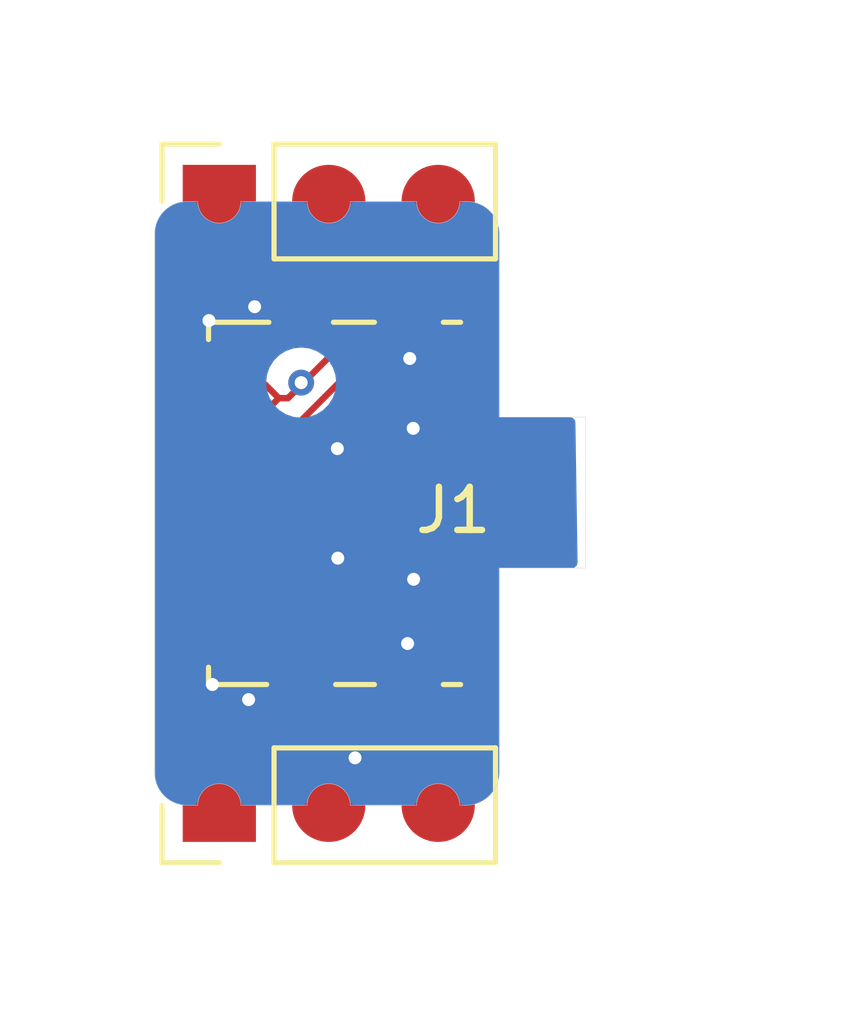
<source format=kicad_pcb>
(kicad_pcb (version 20240108) (generator "pcbnew") (generator_version "8.0")
  (title_block (rev "1"))
  (layers (0 "F.Cu" signal "Front") (1 "In1.Cu" signal) (2 "In2.Cu" signal) (31 "B.Cu" signal "Back") (34 "B.Paste" user) (35 "F.Paste" user) (36 "B.SilkS" user "B.Silkscreen") (37 "F.SilkS" user "F.Silkscreen") (38 "B.Mask" user) (39 "F.Mask" user) (44 "Edge.Cuts" user))
  (net 0 "")
  (net 1 "GND")
  (net 2 "VBUS")
  (net 3 "CC")
  (net 4 "D+")
  (net 5 "D-")
  (net 7 "SHIELD")
  (footprint "21xt_footprints:USB_C_MOUNT" (layer "F.Cu") (at 1.5 8.5 90)
    (property "Reference" "J1" (at -0.16 5.43 180) (layer "F.SilkS"))
    (property "Value" "USB_C_Plug_USB2.0")
    (fp_line (start 4.2 -0.25) (end 3.8 -0.25) (stroke (width 0.12)) (layer "F.SilkS"))
    (fp_line (start -3.8 -0.25) (end -4.2 -0.25) (stroke (width 0.12)) (layer "F.SilkS"))
    (fp_line (start -4.2 -0.25) (end -4.2 1.1) (stroke (width 0.12)) (layer "F.SilkS"))
    (fp_line (start 4.2 1.15) (end 4.2 -0.25) (stroke (width 0.12)) (layer "F.SilkS"))
    (fp_line (start -4.2 2.7) (end -4.2 3.6) (stroke (width 0.12)) (layer "F.SilkS"))
    (fp_line (start 4.2 3.6) (end 4.2 2.65) (stroke (width 0.12)) (layer "F.SilkS"))
    (fp_line (start -4.2 5.2) (end -4.2 5.6) (stroke (width 0.12)) (layer "F.SilkS"))
    (fp_line (start 4.2 5.6) (end 4.2 5.2) (stroke (width 0.12)) (layer "F.SilkS"))
    (pad "A1" smd rect (at 2.75 -0.2 90) (size 0.35 1.9) (layers "F.Cu" "F.Paste" "F.Mask") (net 1 "GND"))
    (pad "A4" smd rect (at 1.25 -0.2 90) (size 0.35 1.9) (layers "F.Cu" "F.Paste" "F.Mask") (net 2 "VBUS"))
    (pad "A5" smd rect (at 0.75 -0.2 90) (size 0.35 1.9) (layers "F.Cu" "F.Paste" "F.Mask") (net 3 "CC"))
    (pad "A6" smd rect (at 0.25 -0.2 90) (size 0.35 1.9) (layers "F.Cu" "F.Paste" "F.Mask") (net 4 "D+"))
    (pad "A7" smd rect (at -0.25 -0.2 90) (size 0.35 1.9) (layers "F.Cu" "F.Paste" "F.Mask") (net 5 "D-"))
    (pad "A10" smd rect (at -1.75 -0.2 90) (size 0.35 1.9) (layers "F.Cu" "F.Paste" "F.Mask"))
    (pad "A11" smd rect (at -2.25 -0.2 90) (size 0.35 1.9) (layers "F.Cu" "F.Paste" "F.Mask"))
    (pad "B2" smd rect (at -2.75 -0.2 90) (size 0.35 1.9) (layers "F.Cu" "F.Paste" "F.Mask"))
    (pad "B3" smd rect (at -1.25 -0.2 90) (size 0.35 1.9) (layers "F.Cu" "F.Paste" "F.Mask"))
    (pad "B5" smd rect (at -0.75 -0.2 90) (size 0.35 1.9) (layers "F.Cu" "F.Paste" "F.Mask"))
    (pad "B9" smd rect (at 1.75 -0.2 90) (size 0.35 1.9) (layers "F.Cu" "F.Paste" "F.Mask") (net 2 "VBUS"))
    (pad "B12" smd rect (at 2.25 -0.2 90) (size 0.35 1.9) (layers "F.Cu" "F.Paste" "F.Mask") (net 1 "GND"))
    (pad "S1" smd rect (at -4.55 1.9 90) (size 1.5 1.4) (layers "F.Cu" "F.Paste" "F.Mask") (net 7 "SHIELD"))
    (pad "S1" smd rect (at -4.55 4.4 90) (size 1.5 1.4) (layers "F.Cu" "F.Paste" "F.Mask") (net 7 "SHIELD"))
    (pad "S1" smd rect (at -3.4 -0.1 90) (size 0.65 2.1) (layers "F.Cu" "F.Paste" "F.Mask") (net 7 "SHIELD"))
    (pad "S1" smd rect (at -1.75 4.5 90) (size 1.2 1.2) (layers "F.Cu" "F.Paste" "F.Mask") (net 7 "SHIELD"))
    (pad "S1" smd rect (at -1.25 2.75 90) (size 1.2 1.2) (layers "F.Cu" "F.Paste" "F.Mask") (net 7 "SHIELD"))
    (pad "S1" smd rect (at 1.25 2.75 90) (size 1.2 1.2) (layers "F.Cu" "F.Paste" "F.Mask") (net 7 "SHIELD"))
    (pad "S1" smd rect (at 1.75 4.5 90) (size 1.2 1.2) (layers "F.Cu" "F.Paste" "F.Mask") (net 7 "SHIELD"))
    (pad "S1" smd rect (at 3.4 -0.1 90) (size 0.65 2.1) (layers "F.Cu" "F.Paste" "F.Mask") (net 7 "SHIELD"))
    (pad "S1" smd rect (at 4.55 1.9 90) (size 1.5 1.3) (layers "F.Cu" "F.Paste" "F.Mask") (net 7 "SHIELD"))
    (pad "S1" smd rect (at 4.55 4.4 90) (size 1.5 1.4) (layers "F.Cu" "F.Paste" "F.Mask") (net 7 "SHIELD"))
  )
  (footprint "Connector_PinSocket_2.54mm:PinSocket_1x03_P2.54mm_Vertical" (layer "F.Cu") (at 1.5 1.5 90)
    (property "Reference" "Je" (hide yes))
    (property "Value" "Conn_01x03")
    (fp_line (start 1.33 -1.33) (end 1.33 0) (stroke (width 0.12)) (layer "F.SilkS"))
    (fp_line (start 0 -1.33) (end 1.33 -1.33) (stroke (width 0.12)) (layer "F.SilkS"))
    (fp_line (start 1.33 1.27) (end 1.33 6.41) (stroke (width 0.12)) (layer "F.SilkS"))
    (fp_line (start -1.33 1.27) (end 1.33 1.27) (stroke (width 0.12)) (layer "F.SilkS"))
    (fp_line (start -1.33 1.27) (end -1.33 6.41) (stroke (width 0.12)) (layer "F.SilkS"))
    (fp_line (start -1.33 6.41) (end 1.33 6.41) (stroke (width 0.12)) (layer "F.SilkS"))
    (pad "1" connect rect (at 0 0 90) (size 1.7 1.7) (layers "F.Cu" "F.Mask") (net 1 "GND"))
    (pad "2" connect oval (at 0 2.54 90) (size 1.7 1.7) (layers "F.Cu" "F.Mask") (net 2 "VBUS"))
    (pad "3" connect oval (at 0 5.08 90) (size 1.7 1.7) (layers "F.Cu" "F.Mask") (net 3 "CC"))
  )
  (footprint "Connector_PinHeader_2.54mm:PinHeader_1x03_P2.54mm_Vertical" (layer "F.Cu") (at 1.5 15.5 90)
    (property "Reference" "J3" (hide yes))
    (property "Value" "Conn_01x03")
    (fp_line (start -1.33 -1.33) (end 0 -1.33) (stroke (width 0.12)) (layer "F.SilkS"))
    (fp_line (start -1.33 0) (end -1.33 -1.33) (stroke (width 0.12)) (layer "F.SilkS"))
    (fp_line (start 1.33 1.27) (end 1.33 6.41) (stroke (width 0.12)) (layer "F.SilkS"))
    (fp_line (start -1.33 1.27) (end 1.33 1.27) (stroke (width 0.12)) (layer "F.SilkS"))
    (fp_line (start -1.33 1.27) (end -1.33 6.41) (stroke (width 0.12)) (layer "F.SilkS"))
    (fp_line (start -1.33 6.41) (end 1.33 6.41) (stroke (width 0.12)) (layer "F.SilkS"))
    (pad "1" connect rect (at 0 0 90) (size 1.7 1.7) (layers "F.Cu" "F.Mask") (net 5 "D-"))
    (pad "2" connect oval (at 0 2.54 90) (size 1.7 1.7) (layers "F.Cu" "F.Mask") (net 7 "SHIELD"))
    (pad "3" connect oval (at 0 5.08 90) (size 1.7 1.7) (layers "F.Cu" "F.Mask") (net 4 "D+"))
  )
  (gr_arc (start 7.247317 1.5) (mid 7.779378 1.718723) (end 8 2.25) (stroke (width 0.01)) (layer "Edge.Cuts"))
  (gr_line (start 8 14.75) (end 8 10) (stroke (width 0.01)) (layer "Edge.Cuts"))
  (gr_arc (start 0.75 15.5) (mid 0.21967 15.28033) (end 0 14.75) (stroke (width 0.01)) (layer "Edge.Cuts"))
  (gr_arc (start 3.54 15.5) (mid 4.04 15) (end 4.54 15.5) (stroke (width 0.01)) (layer "Edge.Cuts"))
  (gr_line (start 8 2.25) (end 8 6.5) (stroke (width 0.01)) (layer "Edge.Cuts"))
  (gr_line (start 1 15.5) (end 0.75 15.5) (stroke (width 0.01)) (layer "Edge.Cuts"))
  (gr_line (start 8 6.5) (end 10 6.5) (stroke (width 0.01)) (layer "Edge.Cuts"))
  (gr_line (start 10 6.5) (end 10 10) (stroke (width 0.01)) (layer "Edge.Cuts"))
  (gr_line (start 7.08 15.5) (end 7.202674 15.5) (stroke (width 0.01)) (layer "Edge.Cuts"))
  (gr_line (start 1 1.5) (end 0.75 1.5) (stroke (width 0.01)) (layer "Edge.Cuts"))
  (gr_line (start 8 10) (end 10 10) (stroke (width 0.01)) (layer "Edge.Cuts"))
  (gr_line (start 4.54 1.5) (end 6.08 1.5) (stroke (width 0.01)) (layer "Edge.Cuts"))
  (gr_arc (start 7.08 1.5) (mid 6.58 2) (end 6.08 1.5) (stroke (width 0.01)) (layer "Edge.Cuts"))
  (gr_line (start 4.54 15.5) (end 6.08 15.5) (stroke (width 0.01)) (layer "Edge.Cuts"))
  (gr_line (start 0 14.75) (end 0 2.25) (stroke (width 0.01)) (layer "Edge.Cuts"))
  (gr_line (start 2 1.5) (end 3.54 1.5) (stroke (width 0.01)) (layer "Edge.Cuts"))
  (gr_arc (start 8 14.75) (mid 7.756278 15.289718) (end 7.202674 15.5) (stroke (width 0.01)) (layer "Edge.Cuts"))
  (gr_line (start 7.08 1.5) (end 7.247317 1.5) (stroke (width 0.01)) (layer "Edge.Cuts"))
  (gr_arc (start 4.54 1.5) (mid 4.04 2) (end 3.54 1.5) (stroke (width 0.01)) (layer "Edge.Cuts"))
  (gr_arc (start 0 2.25) (mid 0.21967 1.71967) (end 0.75 1.5) (stroke (width 0.01)) (layer "Edge.Cuts"))
  (gr_arc (start 6.08 15.5) (mid 6.58 15) (end 7.08 15.5) (stroke (width 0.01)) (layer "Edge.Cuts"))
  (gr_arc (start 2 1.5) (mid 1.5 2) (end 1 1.5) (stroke (width 0.01)) (layer "Edge.Cuts"))
  (gr_line (start 3.54 15.5) (end 2 15.5) (stroke (width 0.01)) (layer "Edge.Cuts"))
  (gr_arc (start 1 15.5) (mid 1.5 15) (end 2 15.5) (stroke (width 0.01)) (layer "Edge.Cuts"))
  (segment (start 4.252 4.902) (end 4.252 2.998) (width 0.15) (layer "F.Cu") (net 1))
  (segment (start 3.814 2.56) (end 2.56 2.56) (width 0.15) (layer "F.Cu") (net 1))
  (segment (start 2.69 6.25) (end 2.88 6.06) (width 0.15) (layer "F.Cu") (net 1))
  (segment (start 2.88 6.06) (end 2.57 5.75) (width 0.15) (layer "F.Cu") (net 1))
  (segment (start 4.252 2.998) (end 3.814 2.56) (width 0.15) (layer "F.Cu") (net 1))
  (segment (start 2.88 6.06) (end 3.094 6.06) (width 0.15) (layer "F.Cu") (net 1))
  (segment (start 2.57 5.75) (end 1.3 5.75) (width 0.15) (layer "F.Cu") (net 1))
  (segment (start 1.3 6.25) (end 2.69 6.25) (width 0.15) (layer "F.Cu") (net 1))
  (segment (start 3.454 5.7) (end 4.252 4.902) (width 0.15) (layer "F.Cu") (net 1))
  (segment (start 3.4 5.7) (end 3.454 5.7) (width 0.15) (layer "F.Cu") (net 1))
  (segment (start 3.094 6.06) (end 3.4 5.754) (width 0.15) (layer "F.Cu") (net 1))
  (segment (start 3.4 5.754) (end 3.4 5.7) (width 0.15) (layer "F.Cu") (net 1))
  (segment (start 2.56 2.56) (end 1.5 1.5) (width 0.15) (layer "F.Cu") (net 1))
  (via (at 3.4 5.7) (size 0.6) (drill 0.3) (layers "F.Cu" "B.Cu") (net 1))
  (segment (start 2.73 7.25) (end 2.99 6.99) (width 0.15) (layer "F.Cu") (net 2))
  (segment (start 2.75 6.75) (end 1.3 6.75) (width 0.15) (layer "F.Cu") (net 2))
  (segment (start 4.89 5.09) (end 4.89 2.35) (width 0.15) (layer "F.Cu") (net 2))
  (segment (start 1.3 7.25) (end 2.73 7.25) (width 0.15) (layer "F.Cu") (net 2))
  (segment (start 2.99 6.99) (end 2.75 6.75) (width 0.15) (layer "F.Cu") (net 2))
  (segment (start 2.99 6.99) (end 4.89 5.09) (width 0.15) (layer "F.Cu") (net 2))
  (segment (start 4.89 2.35) (end 4.04 1.5) (width 0.15) (layer "F.Cu") (net 2))
  (segment (start 6.302 8.052) (end 7.43 6.924) (width 0.15) (layer "F.Cu") (net 3))
  (segment (start 3.448 8.052) (end 6.302 8.052) (width 0.15) (layer "F.Cu") (net 3))
  (segment (start 3.146 7.75) (end 3.448 8.052) (width 0.15) (layer "F.Cu") (net 3))
  (segment (start 7.43 6.924) (end 7.43 2.35) (width 0.15) (layer "F.Cu") (net 3))
  (segment (start 1.3 7.75) (end 3.146 7.75) (width 0.15) (layer "F.Cu") (net 3))
  (segment (start 7.43 2.35) (end 6.58 1.5) (width 0.15) (layer "F.Cu") (net 3))
  (segment (start 4.63 8.62) (end 2.661738 8.62) (width 0.15) (layer "F.Cu") (net 4))
  (segment (start 4.998 10.606) (end 5.052 10.552) (width 0.15) (layer "F.Cu") (net 4))
  (segment (start 5.052 10.552) (end 5.052 9.042) (width 0.15) (layer "F.Cu") (net 4))
  (segment (start 2.661738 8.62) (end 2.291738 8.25) (width 0.15) (layer "F.Cu") (net 4))
  (segment (start 4.998 13.918) (end 4.998 10.606) (width 0.15) (layer "F.Cu") (net 4))
  (segment (start 5.052 9.042) (end 4.63 8.62) (width 0.15) (layer "F.Cu") (net 4))
  (segment (start 2.291738 8.25) (end 1.3 8.25) (width 0.15) (layer "F.Cu") (net 4))
  (segment (start 6.58 15.5) (end 4.998 13.918) (width 0.15) (layer "F.Cu") (net 4))
  (segment (start 1.5 15.5) (end 2.904131 14.095869) (width 0.15) (layer "F.Cu") (net 5))
  (segment (start 4.135131 14.095869) (end 4.302 13.929) (width 0.15) (layer "F.Cu") (net 5))
  (segment (start 2.452 9.56) (end 2.452 8.802) (width 0.15) (layer "F.Cu") (net 5))
  (segment (start 2.4 8.75) (end 1.3 8.75) (width 0.15) (layer "F.Cu") (net 5))
  (segment (start 2.904131 14.095869) (end 4.135131 14.095869) (width 0.15) (layer "F.Cu") (net 5))
  (segment (start 2.452 8.802) (end 2.4 8.75) (width 0.15) (layer "F.Cu") (net 5))
  (segment (start 4.302 11.41) (end 2.452 9.56) (width 0.15) (layer "F.Cu") (net 5))
  (segment (start 4.302 13.929) (end 4.302 11.41) (width 0.15) (layer "F.Cu") (net 5))
  (segment (start 4.65 14.4) (end 4.65 14.89) (width 0.127) (layer "F.Cu") (net 7))
  (segment (start 5.9 5.12) (end 5.92 5.14) (width 0.2) (layer "F.Cu") (net 7))
  (segment (start 4.65 14.89) (end 4.467718 15.072282) (width 0.127) (layer "F.Cu") (net 7))
  (segment (start 3.4 3.95) (end 2.33 3.95) (width 0.2) (layer "F.Cu") (net 7))
  (segment (start 5.9 13.05) (end 5.9 11.78) (width 0.2) (layer "F.Cu") (net 7))
  (segment (start 5.9 11.78) (end 5.87 11.75) (width 0.2) (layer "F.Cu") (net 7))
  (segment (start 1.4 11.9) (end 1.4 12.64) (width 0.2) (layer "F.Cu") (net 7))
  (segment (start 6 6.75) (end 6 6.76) (width 0.2) (layer "F.Cu") (net 7))
  (segment (start 4.25 7.25) (end 4.25 7.24) (width 0.2) (layer "F.Cu") (net 7))
  (segment (start 4.25 7.24) (end 4.24 7.23) (width 0.2) (layer "F.Cu") (net 7))
  (segment (start 6 10.25) (end 6.01 10.26) (width 0.2) (layer "F.Cu") (net 7))
  (segment (start 1.4 4.4) (end 1.26 4.26) (width 0.2) (layer "F.Cu") (net 7))
  (segment (start 3.4 13.05) (end 2.18 13.05) (width 0.2) (layer "F.Cu") (net 7))
  (segment (start 4.25 9.75) (end 4.25 9.77) (width 0.2) (layer "F.Cu") (net 7))
  (segment (start 5.9 3.95) (end 5.9 5.12) (width 0.2) (layer "F.Cu") (net 7))
  (segment (start 1.4 12.64) (end 1.34 12.7) (width 0.2) (layer "F.Cu") (net 7))
  (segment (start 2.33 3.95) (end 2.32 3.94) (width 0.2) (layer "F.Cu") (net 7))
  (segment (start 1.4 5.1) (end 1.4 4.4) (width 0.2) (layer "F.Cu") (net 7))
  (segment (start 4.467718 15.072282) (end 4.410625 15.072282) (width 0.127) (layer "F.Cu") (net 7))
  (via (at 6 6.76) (size 0.6) (drill 0.3) (layers "F.Cu" "B.Cu") (net 7))
  (via (at 6.01 10.26) (size 0.6) (drill 0.3) (layers "F.Cu" "B.Cu") (net 7))
  (via (at 2.18 13.05) (size 0.6) (drill 0.3) (layers "F.Cu" "B.Cu") (net 7))
  (via (at 5.87 11.75) (size 0.6) (drill 0.3) (layers "F.Cu" "B.Cu") (net 7))
  (via (at 4.25 9.77) (size 0.6) (drill 0.3) (layers "F.Cu" "B.Cu") (net 7))
  (via (at 1.34 12.7) (size 0.6) (drill 0.3) (layers "F.Cu" "B.Cu") (net 7))
  (via (at 4.24 7.23) (size 0.6) (drill 0.3) (layers "F.Cu" "B.Cu") (net 7))
  (via (at 4.65 14.4) (size 0.6) (drill 0.3) (layers "F.Cu" "B.Cu") (net 7))
  (via (at 5.92 5.14) (size 0.6) (drill 0.3) (layers "F.Cu" "B.Cu") (net 7))
  (via (at 2.32 3.94) (size 0.6) (drill 0.3) (layers "F.Cu" "B.Cu") (net 7))
  (via (at 1.26 4.26) (size 0.6) (drill 0.3) (layers "F.Cu" "B.Cu") (net 7))
  (zone (net 7) (net_name "SHIELD") (layer "B.Cu") (priority 1) (connect_pads yes (clearance 0.508)) (min_thickness 0.25) (fill yes (thermal_gap 0.5) (thermal_bridge_width 0.5))
    (polygon (pts (xy -1.2 -0.95) (xy 9.65 -0.8) (xy 9.95 18.55) (xy -1.6 18.5)))
  )
)
</source>
